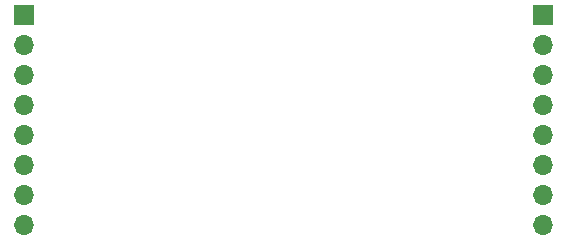
<source format=gbr>
%TF.GenerationSoftware,KiCad,Pcbnew,(5.1.10)-1*%
%TF.CreationDate,2023-08-21T21:32:28-05:00*%
%TF.ProjectId,auxFilter,61757846-696c-4746-9572-2e6b69636164,rev?*%
%TF.SameCoordinates,Original*%
%TF.FileFunction,Soldermask,Bot*%
%TF.FilePolarity,Negative*%
%FSLAX46Y46*%
G04 Gerber Fmt 4.6, Leading zero omitted, Abs format (unit mm)*
G04 Created by KiCad (PCBNEW (5.1.10)-1) date 2023-08-21 21:32:28*
%MOMM*%
%LPD*%
G01*
G04 APERTURE LIST*
%ADD10O,1.700000X1.700000*%
%ADD11R,1.700000X1.700000*%
G04 APERTURE END LIST*
D10*
%TO.C,J1*%
X116586000Y-114490500D03*
X116586000Y-111950500D03*
X116586000Y-109410500D03*
X116586000Y-106870500D03*
X116586000Y-104330500D03*
X116586000Y-101790500D03*
X116586000Y-99250500D03*
D11*
X116586000Y-96710500D03*
%TD*%
%TO.C,J2*%
X160528000Y-96710500D03*
D10*
X160528000Y-99250500D03*
X160528000Y-101790500D03*
X160528000Y-104330500D03*
X160528000Y-106870500D03*
X160528000Y-109410500D03*
X160528000Y-111950500D03*
X160528000Y-114490500D03*
%TD*%
M02*

</source>
